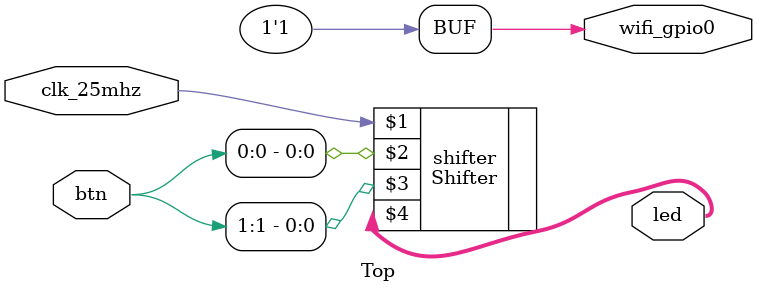
<source format=v>
module Top(input wire clk_25mhz,
           input wire [6:0] btn,
           output wire [7:0] led,
           output wire wifi_gpio0);

    // Tie GPIO0, keep board from rebooting
    assign wifi_gpio0 = 1'b1;

    reg [15:0] reset_cnt = 0;
    reg reset = 1'b1;

    always @(posedge clk_25mhz) begin
        if(reset_cnt != 32'hffff) begin
            reset_cnt <= reset_cnt + 1;
        end
        else begin
            reset = 0;
        end
    end

    //blinky bl (clk_25mhz,btn,led);
    Shifter shifter (clk_25mhz,btn[0],btn[1],led);

endmodule

</source>
